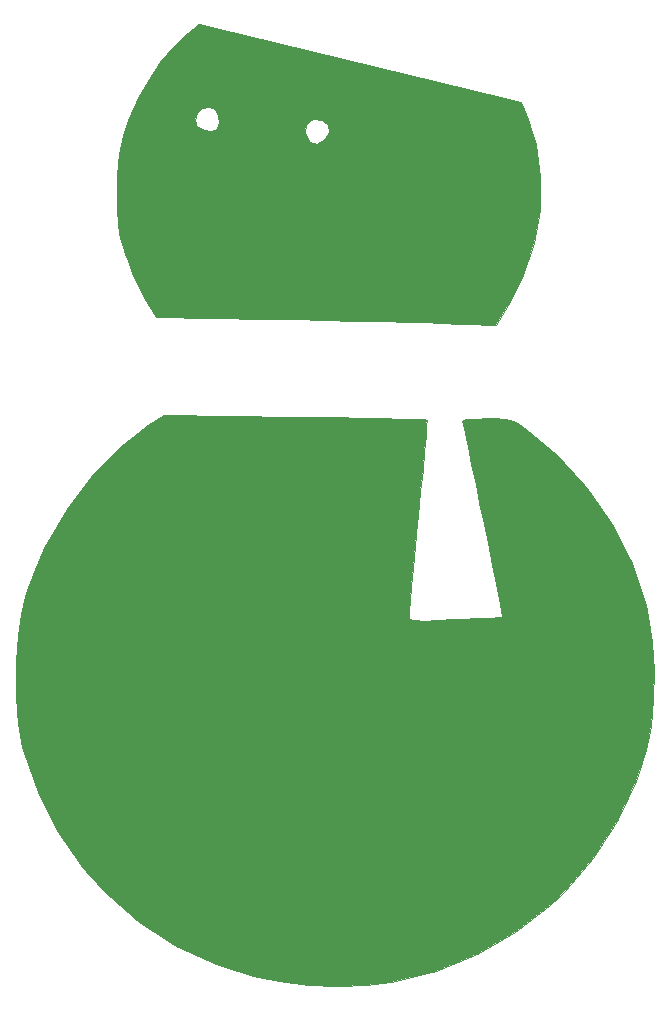
<source format=gbr>
G04 #@! TF.GenerationSoftware,KiCad,Pcbnew,(5.0.1)-4*
G04 #@! TF.CreationDate,2019-03-02T12:17:37+01:00*
G04 #@! TF.ProjectId,Simple_Christamas_Ornament,53696D706C655F436872697374616D61,rev?*
G04 #@! TF.SameCoordinates,Original*
G04 #@! TF.FileFunction,Legend,Bot*
G04 #@! TF.FilePolarity,Positive*
%FSLAX46Y46*%
G04 Gerber Fmt 4.6, Leading zero omitted, Abs format (unit mm)*
G04 Created by KiCad (PCBNEW (5.0.1)-4) date 02/03/2019 12:17:37*
%MOMM*%
%LPD*%
G01*
G04 APERTURE LIST*
%ADD10C,0.120000*%
%ADD11C,0.010000*%
%ADD12C,0.150000*%
G04 APERTURE END LIST*
D10*
G04 #@! TO.C,D2*
X134841000Y-97961000D02*
X127541000Y-97961000D01*
X134841000Y-103461000D02*
X127541000Y-103461000D01*
X127541000Y-103461000D02*
X127541000Y-102311000D01*
G04 #@! TO.C,D3*
X121572000Y-116986500D02*
X121572000Y-115836500D01*
X128872000Y-116986500D02*
X121572000Y-116986500D01*
X128872000Y-111486500D02*
X121572000Y-111486500D01*
G04 #@! TO.C,D4*
X134333000Y-125647000D02*
X127033000Y-125647000D01*
X134333000Y-131147000D02*
X127033000Y-131147000D01*
X127033000Y-131147000D02*
X127033000Y-129997000D01*
D11*
G04 #@! TO.C,G\002A\002A\002A*
G36*
X124123944Y-94049381D02*
X121623818Y-96015146D01*
X119297278Y-98404781D01*
X117232387Y-101114303D01*
X115517209Y-104039727D01*
X115314384Y-104451492D01*
X114414319Y-106452692D01*
X113763354Y-108257175D01*
X113325737Y-110027174D01*
X113065712Y-111924922D01*
X112947528Y-114112652D01*
X112930919Y-115266537D01*
X112934866Y-116975058D01*
X112976558Y-118292143D01*
X113069452Y-119360542D01*
X113227005Y-120323005D01*
X113462673Y-121322281D01*
X113523221Y-121549695D01*
X114764702Y-125150274D01*
X116471774Y-128488656D01*
X118639382Y-131556102D01*
X120491986Y-133601594D01*
X123343556Y-136089673D01*
X126470614Y-138122644D01*
X129885684Y-139707607D01*
X133023593Y-140707703D01*
X135208271Y-141145204D01*
X137655115Y-141420445D01*
X140174011Y-141525497D01*
X142574840Y-141452432D01*
X144667487Y-141193321D01*
X144667632Y-141193294D01*
X148482451Y-140226611D01*
X151992583Y-138824009D01*
X155215259Y-136976548D01*
X158167714Y-134675288D01*
X159301046Y-133601594D01*
X161798805Y-130735473D01*
X163839378Y-127592714D01*
X165416805Y-124183630D01*
X166267891Y-121549695D01*
X166656645Y-119560547D01*
X166871735Y-117247784D01*
X166913240Y-114793516D01*
X166781239Y-112379854D01*
X166475810Y-110188908D01*
X166262579Y-109250748D01*
X165056562Y-105731975D01*
X163373506Y-102405210D01*
X161254849Y-99331614D01*
X158742034Y-96572349D01*
X156234383Y-94450372D01*
X155537266Y-93956607D01*
X154967770Y-93665861D01*
X154338666Y-93524621D01*
X153462730Y-93479372D01*
X152825436Y-93476011D01*
X151842462Y-93499492D01*
X151106401Y-93561813D01*
X150744697Y-93650793D01*
X150727694Y-93676537D01*
X150781644Y-93978445D01*
X150933173Y-94738642D01*
X151168912Y-95892316D01*
X151475493Y-97374657D01*
X151839546Y-99120853D01*
X152247703Y-101066092D01*
X152449829Y-102025279D01*
X152870736Y-104034073D01*
X153249289Y-105867997D01*
X153572828Y-107463528D01*
X153828692Y-108757138D01*
X154004221Y-109685302D01*
X154086754Y-110184494D01*
X154089637Y-110253065D01*
X153808883Y-110292033D01*
X153089781Y-110345785D01*
X152028314Y-110408345D01*
X150720467Y-110473740D01*
X150094871Y-110501734D01*
X148575424Y-110563828D01*
X147509889Y-110592295D01*
X146818102Y-110580161D01*
X146419904Y-110520451D01*
X146235131Y-110406192D01*
X146183624Y-110230409D01*
X146182188Y-110161317D01*
X146208456Y-109774200D01*
X146281557Y-108925573D01*
X146394897Y-107685986D01*
X146541888Y-106125990D01*
X146715936Y-104316136D01*
X146910451Y-102326975D01*
X146977692Y-101646427D01*
X147174280Y-99640504D01*
X147349170Y-97814595D01*
X147496404Y-96234272D01*
X147610025Y-94965105D01*
X147684075Y-94072665D01*
X147712597Y-93622522D01*
X147710441Y-93581221D01*
X147439144Y-93564096D01*
X146689133Y-93539934D01*
X145516365Y-93509960D01*
X143976799Y-93475400D01*
X142126393Y-93437481D01*
X140021106Y-93397428D01*
X137716897Y-93356467D01*
X136554410Y-93336806D01*
X125458621Y-93152225D01*
X124123944Y-94049381D01*
X124123944Y-94049381D01*
G37*
X124123944Y-94049381D02*
X121623818Y-96015146D01*
X119297278Y-98404781D01*
X117232387Y-101114303D01*
X115517209Y-104039727D01*
X115314384Y-104451492D01*
X114414319Y-106452692D01*
X113763354Y-108257175D01*
X113325737Y-110027174D01*
X113065712Y-111924922D01*
X112947528Y-114112652D01*
X112930919Y-115266537D01*
X112934866Y-116975058D01*
X112976558Y-118292143D01*
X113069452Y-119360542D01*
X113227005Y-120323005D01*
X113462673Y-121322281D01*
X113523221Y-121549695D01*
X114764702Y-125150274D01*
X116471774Y-128488656D01*
X118639382Y-131556102D01*
X120491986Y-133601594D01*
X123343556Y-136089673D01*
X126470614Y-138122644D01*
X129885684Y-139707607D01*
X133023593Y-140707703D01*
X135208271Y-141145204D01*
X137655115Y-141420445D01*
X140174011Y-141525497D01*
X142574840Y-141452432D01*
X144667487Y-141193321D01*
X144667632Y-141193294D01*
X148482451Y-140226611D01*
X151992583Y-138824009D01*
X155215259Y-136976548D01*
X158167714Y-134675288D01*
X159301046Y-133601594D01*
X161798805Y-130735473D01*
X163839378Y-127592714D01*
X165416805Y-124183630D01*
X166267891Y-121549695D01*
X166656645Y-119560547D01*
X166871735Y-117247784D01*
X166913240Y-114793516D01*
X166781239Y-112379854D01*
X166475810Y-110188908D01*
X166262579Y-109250748D01*
X165056562Y-105731975D01*
X163373506Y-102405210D01*
X161254849Y-99331614D01*
X158742034Y-96572349D01*
X156234383Y-94450372D01*
X155537266Y-93956607D01*
X154967770Y-93665861D01*
X154338666Y-93524621D01*
X153462730Y-93479372D01*
X152825436Y-93476011D01*
X151842462Y-93499492D01*
X151106401Y-93561813D01*
X150744697Y-93650793D01*
X150727694Y-93676537D01*
X150781644Y-93978445D01*
X150933173Y-94738642D01*
X151168912Y-95892316D01*
X151475493Y-97374657D01*
X151839546Y-99120853D01*
X152247703Y-101066092D01*
X152449829Y-102025279D01*
X152870736Y-104034073D01*
X153249289Y-105867997D01*
X153572828Y-107463528D01*
X153828692Y-108757138D01*
X154004221Y-109685302D01*
X154086754Y-110184494D01*
X154089637Y-110253065D01*
X153808883Y-110292033D01*
X153089781Y-110345785D01*
X152028314Y-110408345D01*
X150720467Y-110473740D01*
X150094871Y-110501734D01*
X148575424Y-110563828D01*
X147509889Y-110592295D01*
X146818102Y-110580161D01*
X146419904Y-110520451D01*
X146235131Y-110406192D01*
X146183624Y-110230409D01*
X146182188Y-110161317D01*
X146208456Y-109774200D01*
X146281557Y-108925573D01*
X146394897Y-107685986D01*
X146541888Y-106125990D01*
X146715936Y-104316136D01*
X146910451Y-102326975D01*
X146977692Y-101646427D01*
X147174280Y-99640504D01*
X147349170Y-97814595D01*
X147496404Y-96234272D01*
X147610025Y-94965105D01*
X147684075Y-94072665D01*
X147712597Y-93622522D01*
X147710441Y-93581221D01*
X147439144Y-93564096D01*
X146689133Y-93539934D01*
X145516365Y-93509960D01*
X143976799Y-93475400D01*
X142126393Y-93437481D01*
X140021106Y-93397428D01*
X137716897Y-93356467D01*
X136554410Y-93336806D01*
X125458621Y-93152225D01*
X124123944Y-94049381D01*
G36*
X127472165Y-60838249D02*
X126332119Y-61921100D01*
X125150076Y-63326390D01*
X124065339Y-64873495D01*
X123251397Y-66311011D01*
X122473261Y-68037163D01*
X121948056Y-69574440D01*
X121633491Y-71113657D01*
X121487276Y-72845625D01*
X121462643Y-74381895D01*
X121480451Y-75836765D01*
X121541601Y-76930633D01*
X121672119Y-77836955D01*
X121898031Y-78729186D01*
X122245364Y-79780781D01*
X122293074Y-79916391D01*
X122772141Y-81149568D01*
X123317366Y-82365314D01*
X123829948Y-83347453D01*
X123954516Y-83551694D01*
X124794646Y-84860923D01*
X134084144Y-85037524D01*
X136551571Y-85086370D01*
X139102512Y-85140353D01*
X141622904Y-85196816D01*
X143998684Y-85253101D01*
X146115791Y-85306550D01*
X147860160Y-85354505D01*
X148453642Y-85372351D01*
X153533642Y-85530576D01*
X154570878Y-83891934D01*
X155883334Y-81367395D01*
X156785545Y-78642850D01*
X157267068Y-75815923D01*
X157317458Y-72984238D01*
X156926270Y-70245420D01*
X156596642Y-69192163D01*
X139433157Y-69192163D01*
X139076650Y-69817534D01*
X138442959Y-70204620D01*
X137859322Y-70064638D01*
X137637435Y-69851348D01*
X137379912Y-69230446D01*
X137489058Y-68611995D01*
X137650597Y-68453586D01*
X130137701Y-68453586D01*
X129983905Y-68964516D01*
X129960660Y-68989965D01*
X129472786Y-69164252D01*
X128823320Y-69092014D01*
X128304396Y-68809706D01*
X128277975Y-68779989D01*
X128068703Y-68204079D01*
X128250463Y-67644789D01*
X128691984Y-67233389D01*
X129261996Y-67101148D01*
X129750683Y-67307280D01*
X130047809Y-67803796D01*
X130137701Y-68453586D01*
X137650597Y-68453586D01*
X137908421Y-68200758D01*
X138107833Y-68145055D01*
X138872522Y-68221895D01*
X139340004Y-68615310D01*
X139433157Y-69192163D01*
X156596642Y-69192163D01*
X156259005Y-68113315D01*
X155672590Y-66657368D01*
X142043744Y-63369250D01*
X128414898Y-60081133D01*
X127472165Y-60838249D01*
X127472165Y-60838249D01*
G37*
X127472165Y-60838249D02*
X126332119Y-61921100D01*
X125150076Y-63326390D01*
X124065339Y-64873495D01*
X123251397Y-66311011D01*
X122473261Y-68037163D01*
X121948056Y-69574440D01*
X121633491Y-71113657D01*
X121487276Y-72845625D01*
X121462643Y-74381895D01*
X121480451Y-75836765D01*
X121541601Y-76930633D01*
X121672119Y-77836955D01*
X121898031Y-78729186D01*
X122245364Y-79780781D01*
X122293074Y-79916391D01*
X122772141Y-81149568D01*
X123317366Y-82365314D01*
X123829948Y-83347453D01*
X123954516Y-83551694D01*
X124794646Y-84860923D01*
X134084144Y-85037524D01*
X136551571Y-85086370D01*
X139102512Y-85140353D01*
X141622904Y-85196816D01*
X143998684Y-85253101D01*
X146115791Y-85306550D01*
X147860160Y-85354505D01*
X148453642Y-85372351D01*
X153533642Y-85530576D01*
X154570878Y-83891934D01*
X155883334Y-81367395D01*
X156785545Y-78642850D01*
X157267068Y-75815923D01*
X157317458Y-72984238D01*
X156926270Y-70245420D01*
X156596642Y-69192163D01*
X139433157Y-69192163D01*
X139076650Y-69817534D01*
X138442959Y-70204620D01*
X137859322Y-70064638D01*
X137637435Y-69851348D01*
X137379912Y-69230446D01*
X137489058Y-68611995D01*
X137650597Y-68453586D01*
X130137701Y-68453586D01*
X129983905Y-68964516D01*
X129960660Y-68989965D01*
X129472786Y-69164252D01*
X128823320Y-69092014D01*
X128304396Y-68809706D01*
X128277975Y-68779989D01*
X128068703Y-68204079D01*
X128250463Y-67644789D01*
X128691984Y-67233389D01*
X129261996Y-67101148D01*
X129750683Y-67307280D01*
X130047809Y-67803796D01*
X130137701Y-68453586D01*
X137650597Y-68453586D01*
X137908421Y-68200758D01*
X138107833Y-68145055D01*
X138872522Y-68221895D01*
X139340004Y-68615310D01*
X139433157Y-69192163D01*
X156596642Y-69192163D01*
X156259005Y-68113315D01*
X155672590Y-66657368D01*
X142043744Y-63369250D01*
X128414898Y-60081133D01*
X127472165Y-60838249D01*
D10*
G04 #@! TO.C,SW1*
X142078200Y-140678800D02*
X137578200Y-140678800D01*
X143328200Y-136678800D02*
X143328200Y-138178800D01*
X137578200Y-134178800D02*
X142078200Y-134178800D01*
X136328200Y-138178800D02*
X136328200Y-136678800D01*
G04 #@! TO.C,D2*
D12*
X131929095Y-97663380D02*
X131929095Y-96663380D01*
X131691000Y-96663380D01*
X131548142Y-96711000D01*
X131452904Y-96806238D01*
X131405285Y-96901476D01*
X131357666Y-97091952D01*
X131357666Y-97234809D01*
X131405285Y-97425285D01*
X131452904Y-97520523D01*
X131548142Y-97615761D01*
X131691000Y-97663380D01*
X131929095Y-97663380D01*
X130976714Y-96758619D02*
X130929095Y-96711000D01*
X130833857Y-96663380D01*
X130595761Y-96663380D01*
X130500523Y-96711000D01*
X130452904Y-96758619D01*
X130405285Y-96853857D01*
X130405285Y-96949095D01*
X130452904Y-97091952D01*
X131024333Y-97663380D01*
X130405285Y-97663380D01*
X135055285Y-99563380D02*
X135626714Y-99563380D01*
X135341000Y-99563380D02*
X135341000Y-98563380D01*
X135436238Y-98706238D01*
X135531476Y-98801476D01*
X135626714Y-98849095D01*
G04 #@! TO.C,D3*
X125960095Y-111188880D02*
X125960095Y-110188880D01*
X125722000Y-110188880D01*
X125579142Y-110236500D01*
X125483904Y-110331738D01*
X125436285Y-110426976D01*
X125388666Y-110617452D01*
X125388666Y-110760309D01*
X125436285Y-110950785D01*
X125483904Y-111046023D01*
X125579142Y-111141261D01*
X125722000Y-111188880D01*
X125960095Y-111188880D01*
X125055333Y-110188880D02*
X124436285Y-110188880D01*
X124769619Y-110569833D01*
X124626761Y-110569833D01*
X124531523Y-110617452D01*
X124483904Y-110665071D01*
X124436285Y-110760309D01*
X124436285Y-110998404D01*
X124483904Y-111093642D01*
X124531523Y-111141261D01*
X124626761Y-111188880D01*
X124912476Y-111188880D01*
X125007714Y-111141261D01*
X125055333Y-111093642D01*
X129086285Y-113088880D02*
X129657714Y-113088880D01*
X129372000Y-113088880D02*
X129372000Y-112088880D01*
X129467238Y-112231738D01*
X129562476Y-112326976D01*
X129657714Y-112374595D01*
G04 #@! TO.C,SW1*
X141161533Y-133583561D02*
X141018676Y-133631180D01*
X140780580Y-133631180D01*
X140685342Y-133583561D01*
X140637723Y-133535942D01*
X140590104Y-133440704D01*
X140590104Y-133345466D01*
X140637723Y-133250228D01*
X140685342Y-133202609D01*
X140780580Y-133154990D01*
X140971057Y-133107371D01*
X141066295Y-133059752D01*
X141113914Y-133012133D01*
X141161533Y-132916895D01*
X141161533Y-132821657D01*
X141113914Y-132726419D01*
X141066295Y-132678800D01*
X140971057Y-132631180D01*
X140732961Y-132631180D01*
X140590104Y-132678800D01*
X140256771Y-132631180D02*
X140018676Y-133631180D01*
X139828200Y-132916895D01*
X139637723Y-133631180D01*
X139399628Y-132631180D01*
X138494866Y-133631180D02*
X139066295Y-133631180D01*
X138780580Y-133631180D02*
X138780580Y-132631180D01*
X138875819Y-132774038D01*
X138971057Y-132869276D01*
X139066295Y-132916895D01*
G04 #@! TD*
M02*

</source>
